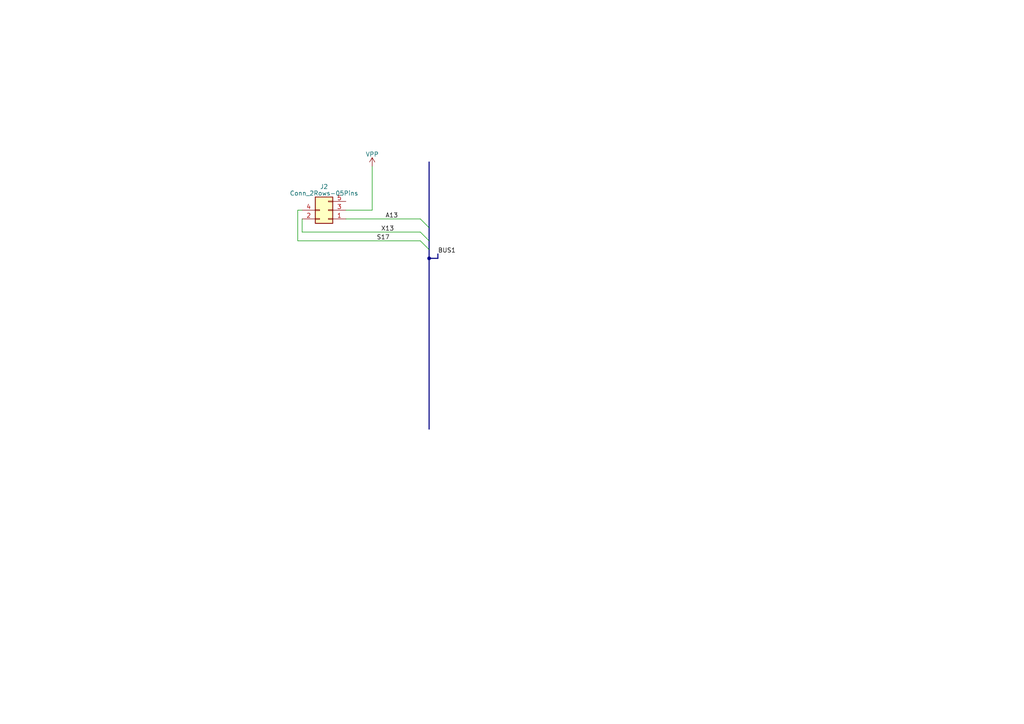
<source format=kicad_sch>
(kicad_sch (version 20230121) (generator eeschema)
  (paper "A4")
  (lib_symbols
    (symbol "Connector_Generic:Conn_2Rows-05Pins" (pin_names (offset 1.016) hide)
      (property "Reference" "J" (at 1.27 5.08 0))
      (property "Value" "Conn_2Rows-05Pins" (at 1.27 -5.08 0))
      (symbol "Conn_2Rows-05Pins_1_1"
        (rectangle (start -1.27 -2.413) (end 0 -2.667) (stroke (width 0.1524)))
        (rectangle (start -1.27 0.127) (end 0 -0.127) (stroke (width 0.1524)))
        (rectangle (start -1.27 2.667) (end 0 2.413) (stroke (width 0.1524)))
        (rectangle (start -1.27 3.81) (end 3.81 -3.81) (stroke (width 0.254)) (fill (type background)))
        (rectangle (start 3.81 0.127) (end 2.54 -0.127) (stroke (width 0.1524)))
        (rectangle (start 3.81 2.667) (end 2.54 2.413) (stroke (width 0.1524)))
        (pin passive line (at -5.08 2.54 0) (length 3.81) (name "Pin_1") (number "1"))
        (pin passive line (at 7.62 2.54 180) (length 3.81) (name "Pin_2") (number "2"))
        (pin passive line (at -5.08 0 0) (length 3.81) (name "Pin_3") (number "3"))
        (pin passive line (at 7.62 0 180) (length 3.81) (name "Pin_4") (number "4"))
        (pin passive line (at -5.08 -2.54 0) (length 3.81) (name "Pin_5") (number "5"))
      )
    )
    (symbol "power:VPP" (power) (pin_names (offset 0))
      (property "Value" "VPP" (at 0 3.81 0))
      (symbol "VPP_0_1"
        (polyline (pts (xy -0.762 1.27) (xy 0 2.54)))
        (polyline (pts (xy 0 0) (xy 0 2.54)))
        (polyline (pts (xy 0 2.54) (xy 0.762 1.27)))
      )
      (symbol "VPP_1_1"
        (pin power_in line (at 0 0 90) (length 0) hide (name "VPP") (number "1"))
      )
    )
  )
  (junction (at 124.46 74.93))
  (bus_entry (at 124.46 69.85) (size -2.54 -2.54))
  (bus_entry (at 124.46 66.04) (size -2.54 -2.54))
  (bus_entry (at 124.46 72.39) (size -2.54 -2.54))
  (wire (pts (xy 86.36 69.85) (xy 121.92 69.85)))
  (bus (pts (xy 127 73.66) (xy 127 74.93)))
  (bus (pts (xy 124.46 72.39) (xy 124.46 74.93)))
  (wire (pts (xy 107.95 60.96) (xy 107.95 48.26)))
  (bus (pts (xy 124.46 66.04) (xy 124.46 69.85)))
  (wire (pts (xy 100.33 60.96) (xy 107.95 60.96)))
  (bus (pts (xy 127 74.93) (xy 124.46 74.93)))
  (bus (pts (xy 124.46 74.93) (xy 124.46 124.46)))
  (wire (pts (xy 100.33 63.5) (xy 121.92 63.5)))
  (wire (pts (xy 87.63 60.96) (xy 86.36 60.96)))
  (bus (pts (xy 124.46 69.85) (xy 124.46 72.39)))
  (wire (pts (xy 87.63 67.31) (xy 121.92 67.31)))
  (wire (pts (xy 86.36 60.96) (xy 86.36 69.85)))
  (wire (pts (xy 87.63 63.5) (xy 87.63 67.31)))
  (bus (pts (xy 124.46 46.99) (xy 124.46 66.04)))
  (label "X13" (at 110.49 67.31 0))
  (label "A13" (at 111.76 63.5 0))
  (label "S17" (at 109.22 69.85 0))
  (label "BUS1" (at 127 73.66 0))
  (symbol (lib_id "power:VPP") (at 107.95 48.26 0) (unit 1)
    (property "Reference" "#PWR022" (effects hide))
    (property "Value" "VPP" (at 107.95 44.7581 0))
  )
  (symbol (lib_id "Connector_Generic:Conn_2Rows-05Pins") (at 95.25 60.96 180) (unit 1)
    (property "Reference" "J2" (at 93.98 54.1401 0))
    (property "Value" "Conn_2Rows-05Pins" (at 93.98 56.0611 0))
  )
)
</source>
